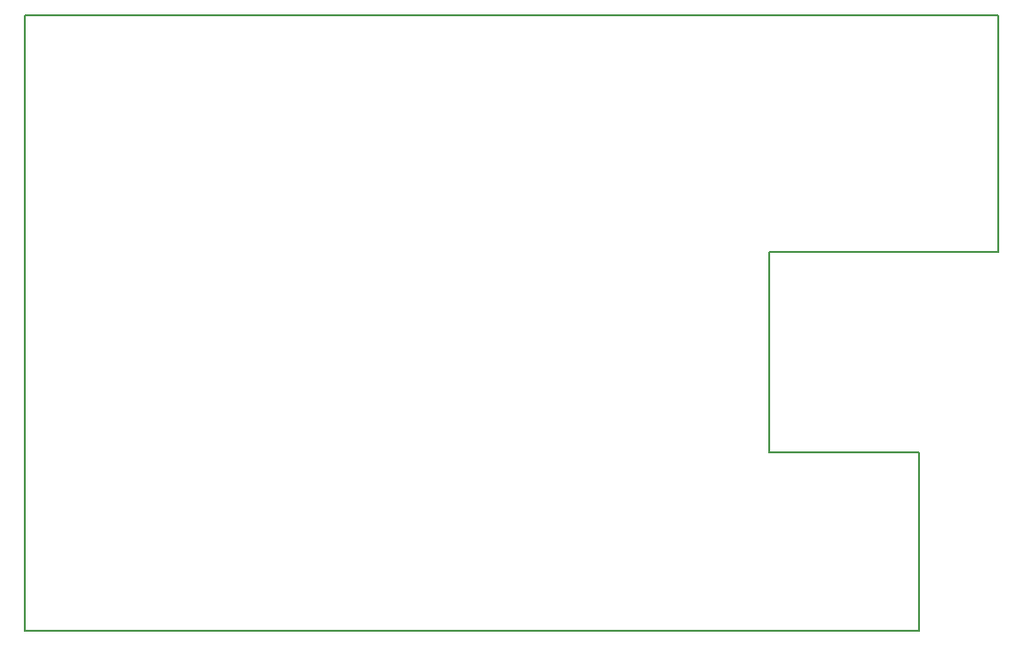
<source format=gbr>
G04 #@! TF.FileFunction,Profile,NP*
%FSLAX46Y46*%
G04 Gerber Fmt 4.6, Leading zero omitted, Abs format (unit mm)*
G04 Created by KiCad (PCBNEW 4.0.4+e1-6308~48~ubuntu15.10.1-stable) date Wed Sep 13 16:31:06 2017*
%MOMM*%
%LPD*%
G01*
G04 APERTURE LIST*
%ADD10C,0.100000*%
%ADD11C,0.150000*%
G04 APERTURE END LIST*
D10*
D11*
X171373800Y-98653600D02*
X171399200Y-98653600D01*
X171373800Y-116433600D02*
X171373800Y-98653600D01*
X184670700Y-116433600D02*
X171373800Y-116433600D01*
X184670700Y-132283200D02*
X184670700Y-116433600D01*
X105346500Y-132283200D02*
X184670700Y-132283200D01*
X105346500Y-77711300D02*
X105346500Y-132283200D01*
X191693800Y-77711300D02*
X105346500Y-77711300D01*
X191693800Y-98666300D02*
X191693800Y-77711300D01*
X171399200Y-98666300D02*
X191693800Y-98666300D01*
M02*

</source>
